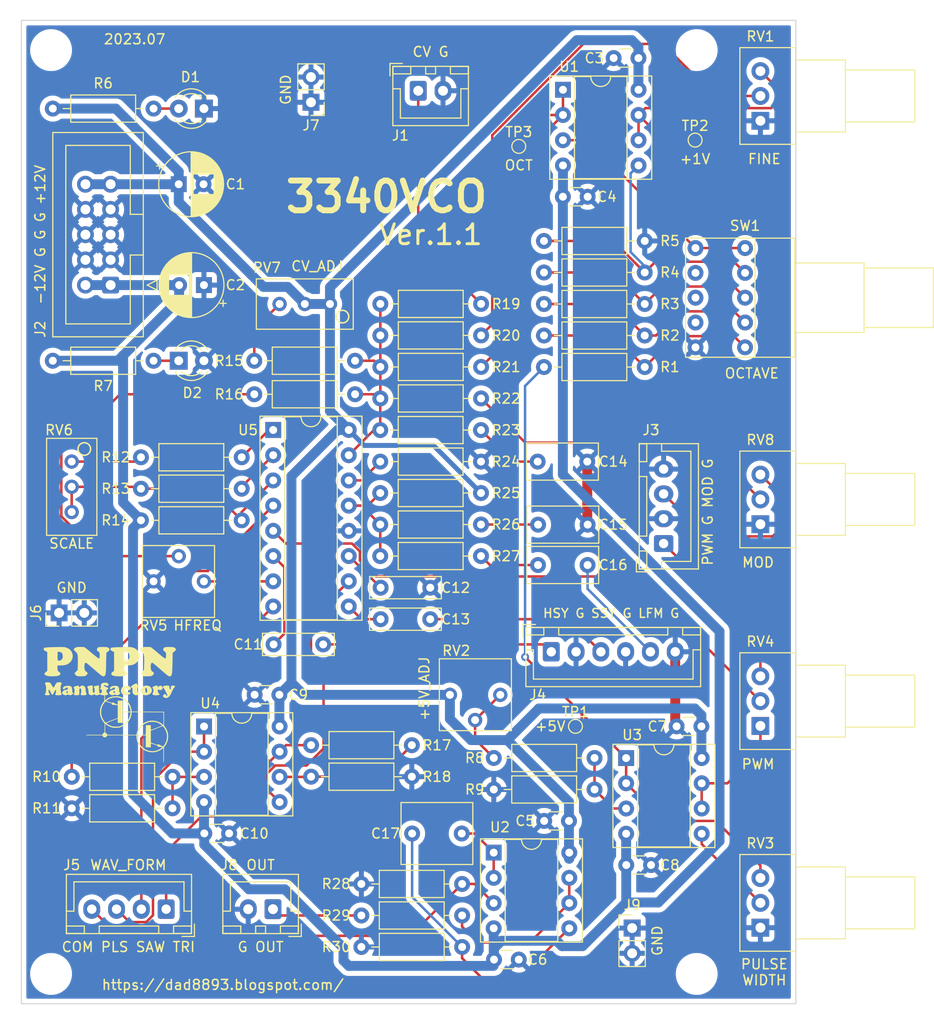
<source format=kicad_pcb>
(kicad_pcb (version 20211014) (generator pcbnew)
  (title_block (title "3340VCO") (date "2023-07-18") (rev "1.0") (company "PNPN Manufactory"))
  (layers (0 "F.Cu" signal) (31 "B.Cu" signal) (34 "B.Paste" user) (35 "F.Paste" user) (36 "B.SilkS" user "B.Silkscreen") (37 "F.SilkS" user "F.Silkscreen") (38 "B.Mask" user) (39 "F.Mask" user) (44 "Edge.Cuts" user))
  (net 0 "")
  (net 1 "+12V")
  (net 2 "GND")
  (net 3 "-12V")
  (net 4 "Net-(C11-Pad1)")
  (net 5 "HARD_SYNC")
  (net 6 "Net-(C12-Pad2)")
  (net 7 "SOFT_SYNC")
  (net 8 "Net-(C13-Pad2)")
  (net 9 "Net-(C14-Pad1)")
  (net 10 "Net-(C15-Pad2)")
  (net 11 "Net-(C16-Pad1)")
  (net 12 "LIN_FM")
  (net 13 "Net-(C17-Pad1)")
  (net 14 "Net-(C17-Pad2)")
  (net 15 "Net-(D1-Pad2)")
  (net 16 "Net-(D2-Pad1)")
  (net 17 "CV")
  (net 18 "MOD")
  (net 19 "PWM")
  (net 20 "SAW")
  (net 21 "TRIANGLE")
  (net 22 "PULSE")
  (net 23 "+5V")
  (net 24 "Net-(R1-Pad2)")
  (net 25 "Net-(R2-Pad2)")
  (net 26 "Net-(R3-Pad2)")
  (net 27 "Net-(R4-Pad2)")
  (net 28 "Net-(R8-Pad1)")
  (net 29 "Net-(R8-Pad2)")
  (net 30 "Net-(R10-Pad2)")
  (net 31 "Net-(R10-Pad1)")
  (net 32 "Net-(R12-Pad2)")
  (net 33 "Net-(R13-Pad2)")
  (net 34 "Net-(R12-Pad1)")
  (net 35 "Net-(R13-Pad1)")
  (net 36 "Net-(R15-Pad1)")
  (net 37 "Net-(R16-Pad1)")
  (net 38 "Net-(R15-Pad2)")
  (net 39 "Net-(R22-Pad2)")
  (net 40 "Net-(R17-Pad1)")
  (net 41 "Net-(R24-Pad2)")
  (net 42 "FINE")
  (net 43 "OCTAVE")
  (net 44 "Net-(RV4-Pad2)")
  (net 45 "Net-(SW1-Pad6)")
  (net 46 "Net-(U4-Pad5)")
  (net 47 "Net-(RV1-Pad3)")
  (net 48 "Net-(RV3-Pad2)")
  (net 49 "Net-(R25-Pad2)")
  (net 50 "Net-(R29-Pad1)")
  (net 51 "Net-(RV5-Pad3)")
  (net 52 "Net-(J5-Pad4)")
  (net 53 "Net-(J8-Pad1)")
  (net 54 "Net-(RV4-Pad1)")
  (footprint "Resistor_THT:R_Axial_DIN0207_L6.3mm_D2.5mm_P10.16mm_Horizontal" (layer "F.Cu") (at 146.05 143.51 180)
    (fp_text reference "R30")
    (fp_text value "100k")
  )
  (footprint "MountingHole:MountingHole_3.2mm_M3" (layer "F.Cu") (at 169.705 146.225)
    (fp_text reference "H4")
    (fp_text value "MountingHole")
  )
  (footprint "Package_DIP:DIP-8_W7.62mm_Socket" (layer "F.Cu") (at 156.22 57.16)
    (fp_text reference "U1")
    (fp_text value "NJM072D")
  )
  (footprint "Connector_PinHeader_2.54mm:PinHeader_1x02_P2.54mm_Vertical" (layer "F.Cu") (at 130.81 58.42 180)
    (fp_text reference "J7")
    (fp_text value "TP_GND")
  )
  (footprint "Capacitor_THT:C_Rect_L7.0mm_W6.0mm_P5.00mm" (layer "F.Cu") (at 141.01 132.08)
    (fp_text reference "C17")
    (fp_text value "1uF")
  )
  (footprint "myfootprint:Silk_PNPN_Manufactory_600dpi" (layer "F.Cu") (at 110.49 115.57)
    (fp_text reference "G***" hide)
    (fp_text value "LOGO" hide)
  )
  (footprint "Resistor_THT:R_Axial_DIN0207_L6.3mm_D2.5mm_P10.16mm_Horizontal" (layer "F.Cu") (at 154.305 75.565)
    (fp_text reference "R4")
    (fp_text value "10k")
  )
  (footprint "Potentiometer_THT:Potentiometer_Alps_RK09Y11_Single_Horizontal" (layer "F.Cu") (at 176.13 121.245 180)
    (fp_text reference "RV4")
    (fp_text value "50k")
  )
  (footprint "LED_THT:LED_D3.0mm" (layer "F.Cu") (at 120.015 59.055 180)
    (fp_text reference "D1")
    (fp_text value "RED")
  )
  (footprint "Capacitor_THT:C_Rect_L7.0mm_W2.0mm_P5.00mm" (layer "F.Cu") (at 127.04 113.03)
    (fp_text reference "C11")
    (fp_text value "1000pF")
  )
  (footprint "Resistor_THT:R_Axial_DIN0207_L6.3mm_D2.5mm_P10.16mm_Horizontal" (layer "F.Cu") (at 137.805 85.08)
    (fp_text reference "R21")
    (fp_text value "100k")
  )
  (footprint "Resistor_THT:R_Axial_DIN0207_L6.3mm_D2.5mm_P10.16mm_Horizontal" (layer "F.Cu") (at 125.095 84.455)
    (fp_text reference "R15")
    (fp_text value "270k")
  )
  (footprint "Resistor_THT:R_Axial_DIN0207_L6.3mm_D2.5mm_P10.16mm_Horizontal" (layer "F.Cu") (at 137.795 104.13)
    (fp_text reference "R27")
    (fp_text value "1M")
  )
  (footprint "Resistor_THT:R_Axial_DIN0207_L6.3mm_D2.5mm_P10.16mm_Horizontal" (layer "F.Cu") (at 154.305 78.74)
    (fp_text reference "R3")
    (fp_text value "10k")
  )
  (footprint "Package_DIP:DIP-8_W7.62mm_Socket" (layer "F.Cu") (at 149.235 134.005)
    (fp_text reference "U2")
    (fp_text value "NJM072D")
  )
  (footprint "Capacitor_THT:CP_Radial_D6.3mm_P2.50mm" (layer "F.Cu") (at 117.475 66.675)
    (fp_text reference "C1")
    (fp_text value "100uF")
  )
  (footprint "Potentiometer_THT:Potentiometer_Bourns_3296W_Vertical" (layer "F.Cu") (at 132.725 78.74)
    (fp_text reference "RV7")
    (fp_text value "100k")
  )
  (footprint "MountingHole:MountingHole_3.2mm_M3" (layer "F.Cu") (at 169.705 53.165)
    (fp_text reference "H2")
    (fp_text value "MountingHole")
  )
  (footprint "Connector_JST:JST_XH_B2B-XH-A_1x02_P2.50mm_Vertical" (layer "F.Cu") (at 141.625 57.26)
    (fp_text reference "J1")
    (fp_text value "CV_IN")
  )
  (footprint "Resistor_THT:R_Axial_DIN0207_L6.3mm_D2.5mm_P10.16mm_Horizontal" (layer "F.Cu") (at 159.405 127.645 180)
    (fp_text reference "R9")
    (fp_text value "12k")
  )
  (footprint "TestPoint:TestPoint_Pad_D1.0mm" (layer "F.Cu") (at 151.765 62.865)
    (fp_text reference "TP3")
    (fp_text value "OCT")
  )
  (footprint "myfootprint:Silk_PNPN_Thyristor_1200dpi" (layer "F.Cu") (at 112.445409 121.285)
    (fp_text reference "G***" hide)
    (fp_text value "LOGO" hide)
  )
  (footprint "MountingHole:MountingHole_3.2mm_M3" (layer "F.Cu") (at 104.6 146.225)
    (fp_text reference "H3")
    (fp_text value "MountingHole")
  )
  (footprint "Potentiometer_THT:Potentiometer_Alps_RK09Y11_Single_Horizontal" (layer "F.Cu") (at 176.13 100.925 180)
    (fp_text reference "RV8")
    (fp_text value "50k")
  )
  (footprint "Resistor_THT:R_Axial_DIN0207_L6.3mm_D2.5mm_P10.16mm_Horizontal" (layer "F.Cu") (at 154.305 85.09)
    (fp_text reference "R1")
    (fp_text value "10k")
  )
  (footprint "Capacitor_THT:C_Disc_D3.0mm_W1.6mm_P2.50mm" (layer "F.Cu") (at 165.1 135.255 180)
    (fp_text reference "C8")
    (fp_text value "0.1uF")
  )
  (footprint "Resistor_THT:R_Axial_DIN0207_L6.3mm_D2.5mm_P10.16mm_Horizontal" (layer "F.Cu") (at 146.05 137.16 180)
    (fp_text reference "R28")
    (fp_text value "47k")
  )
  (footprint "Connector_JST:JST_XH_B6B-XH-A_1x06_P2.50mm_Vertical" (layer "F.Cu") (at 155.04 113.775)
    (fp_text reference "J4")
    (fp_text value "EXT")
  )
  (footprint "Capacitor_THT:C_Rect_L7.0mm_W3.5mm_P5.00mm" (layer "F.Cu") (at 153.67 94.615)
    (fp_text reference "C14")
    (fp_text value "0.01uF")
  )
  (footprint "Resistor_THT:R_Axial_DIN0207_L6.3mm_D2.5mm_P10.16mm_Horizontal" (layer "F.Cu") (at 104.775 59.055)
    (fp_text reference "R6")
    (fp_text value "4.7k")
  )
  (footprint "Resistor_THT:R_Axial_DIN0207_L6.3mm_D2.5mm_P10.16mm_Horizontal" (layer "F.Cu") (at 137.805 81.905)
    (fp_text reference "R20")
    (fp_text value "100k")
  )
  (footprint "Resistor_THT:R_Axial_DIN0207_L6.3mm_D2.5mm_P10.16mm_Horizontal" (layer "F.Cu") (at 137.795 91.44)
    (fp_text reference "R23")
    (fp_text value "470")
  )
  (footprint "Capacitor_THT:C_Rect_L7.0mm_W2.0mm_P5.00mm" (layer "F.Cu") (at 142.835 110.49 180)
    (fp_text reference "C13")
    (fp_text value "1000pF")
  )
  (footprint "Resistor_THT:R_Axial_DIN0207_L6.3mm_D2.5mm_P10.16mm_Horizontal" (layer "F.Cu") (at 137.805 88.255)
    (fp_text reference "R22")
    (fp_text value "100k")
  )
  (footprint "Resistor_THT:R_Axial_DIN0207_L6.3mm_D2.5mm_P10.16mm_Horizontal" (layer "F.Cu") (at 113.665 94.18)
    (fp_text reference "R12")
    (fp_text value "22k")
  )
  (footprint "Capacitor_THT:C_Disc_D3.0mm_W1.6mm_P2.50mm" (layer "F.Cu") (at 158.71 67.935 180)
    (fp_text reference "C4")
    (fp_text value "0.1uF")
  )
  (footprint "Connector_PinHeader_2.54mm:PinHeader_1x02_P2.54mm_Vertical" (layer "F.Cu") (at 105.41 109.855 90)
    (fp_text reference "J6")
    (fp_text value "TP_GND")
  )
  (footprint "Resistor_THT:R_Axial_DIN0207_L6.3mm_D2.5mm_P10.16mm_Horizontal" (layer "F.Cu") (at 140.98 123.18 180)
    (fp_text reference "R17")
    (fp_text value "10k")
  )
  (footprint "Potentiometer_THT:Potentiometer_Alps_RK09Y11_Single_Horizontal" (layer "F.Cu") (at 176.13 60.285 180)
    (fp_text reference "RV1")
    (fp_text value "1k")
  )
  (footprint "Resistor_THT:R_Axial_DIN0207_L6.3mm_D2.5mm_P10.16mm_Horizontal" (layer "F.Cu") (at 149.245 124.47)
    (fp_text reference "R8")
    (fp_text value "15k")
  )
  (footprint "LED_THT:LED_D3.0mm" (layer "F.Cu") (at 117.475 84.455)
    (fp_text reference "D2")
    (fp_text value "BLUE")
  )
  (footprint "Capacitor_THT:C_Disc_D3.0mm_W1.6mm_P2.50mm" (layer "F.Cu") (at 127.625 118.1 180)
    (fp_text reference "C9")
    (fp_text value "0.1uF")
  )
  (footprint "Capacitor_THT:C_Rect_L7.0mm_W2.0mm_P5.00mm" (layer "F.Cu") (at 142.835 107.315 180)
    (fp_text reference "C12")
    (fp_text value "1000pF/PP")
  )
  (footprint "Connector_PinHeader_2.54mm:PinHeader_1x02_P2.54mm_Vertical" (layer "F.Cu") (at 163.195 141.605)
    (fp_text reference "J9")
    (fp_text value "TP_GND")
  )
  (footprint "Potentiometer_THT:Potentiometer_Bourns_3296W_Vertical" (layer "F.Cu") (at 106.68 94.615 90)
    (fp_text reference "RV6")
    (fp_text value "10k")
  )
  (footprint "Potentiometer_THT:Potentiometer_Alps_RK09Y11_Single_Horizontal" (layer "F.Cu") (at 176.13 141.565 180)
    (fp_text reference "RV3")
    (fp_text value "50k")
  )
  (footprint "Connector_JST:JST_XH_B4B-XH-A_1x04_P2.50mm_Vertical" (layer "F.Cu") (at 166.37 102.87 90)
    (fp_text reference "J3")
    (fp_text value "MOD_IN")
  )
  (footprint "Resistor_THT:R_Axial_DIN0207_L6.3mm_D2.5mm_P10.16mm_Horizontal" (layer "F.Cu") (at 125.095 87.83)
    (fp_text reference "R16")
    (fp_text value "1M")
  )
  (footprint "Resistor_THT:R_Axial_DIN0207_L6.3mm_D2.5mm_P10.16mm_Horizontal" (layer "F.Cu") (at 154.305 81.915)
    (fp_text reference "R2")
    (fp_text value "10k")
  )
  (footprint "Connector_JST:JST_XH_B2B-XH-A_1x02_P2.50mm_Vertical" (layer "F.Cu") (at 126.98 139.7 180)
    (fp_text reference "J8")
    (fp_text value "OUT")
  )
  (footprint "Capacitor_THT:C_Disc_D3.0mm_W1.6mm_P2.50mm" (layer "F.Cu") (at 163.83 53.965 180)
    (fp_text reference "C3")
    (fp_text value "0.1uF")
  )
  (footprint "Resistor_THT:R_Axial_DIN0207_L6.3mm_D2.5mm_P10.16mm_Horizontal" (layer "F.Cu") (at 114.935 84.455 180)
    (fp_text reference "R7")
    (fp_text value "4.7k")
  )
  (footprint "myfootprint:Potentiometer_Bourns_3362P_Vertical" (layer "F.Cu") (at 144.82 118.11 -90)
    (fp_text reference "RV2")
    (fp_text value "5k")
  )
  (footprint "Capacitor_THT:C_Disc_D3.0mm_W1.6mm_P2.50mm" (layer "F.Cu") (at 122.555 132.07 180)
    (fp_text reference "C10")
    (fp_text value "0.1uF")
  )
  (footprint "Package_DIP:DIP-16_W7.62mm_Socket" (layer "F.Cu") (at 127 91.43)
    (fp_text reference "U5")
    (fp_text value "AS3340")
  )
  (footprint "myfootprint:Rotary_Ecoder_Ali_Jtom" (layer "F.Cu") (at 174.5825 78.105)
    (fp_text reference "SW1")
    (fp_text value "SW_Rotary5")
  )
  (footprint "myfootprint:Potentiometer_Bourns_3362P_Vertical" (layer "F.Cu") (at 120.015 106.68 90)
    (fp_text reference "RV5")
    (fp_text value "100k")
  )
  (footprint "Resistor_THT:R_Axial_DIN0207_L6.3mm_D2.5mm_P10.16mm_Horizontal" (layer "F.Cu") (at 147.955 100.955 180)
    (fp_text reference "R26")
    (fp_text value "470")
  )
  (footprint "Resistor_THT:R_Axial_DIN0207_L6.3mm_D2.5mm_P10.16mm_Horizontal" (layer "F.Cu") (at 146.05 140.335 180)
    (fp_text reference "R29")
    (fp_text value "100")
  )
  (footprint "Resistor_THT:R_Axial_DIN0207_L6.3mm_D2.5mm_P10.16mm_Horizontal" (layer "F.Cu") (at 130.82 126.355)
    (fp_text reference "R18")
    (fp_text value "10k")
  )
  (footprint "MountingHole:MountingHole_3.2mm_M3" (layer "F.Cu") (at 104.6 53.165)
    (fp_text reference "H1")
    (fp_text value "MountingHole")
  )
  (footprint "Package_DIP:DIP-8_W7.62mm_Socket" (layer "F.Cu") (at 120.025 121.295)
    (fp_text reference "U4")
    (fp_text value "NJM072D")
  )
  (footprint "Resistor_THT:R_Axial_DIN0207_L6.3mm_D2.5mm_P10.16mm_Horizontal" (layer "F.Cu") (at 147.955 97.78 180)
    (fp_text reference "R25")
    (fp_text value "1.5M")
  )
  (footprint "Capacitor_THT:C_Rect_L7.0mm_W3.5mm_P5.00mm" (layer "F.Cu") (at 153.702523 105.033323)
    (fp_text reference "C16")
    (fp_text value "0.1uF")
  )
  (footprint "Resistor_THT:R_Axial_DIN0207_L6.3mm_D2.5mm_P10.16mm_Horizontal" (layer "F.Cu") (at 147.955 94.615 180)
    (fp_text reference "R24")
    (fp_text value "1.8k")
  )
  (footprint "Resistor_THT:R_Axial_DIN0207_L6.3mm_D2.5mm_P10.16mm_Horizontal" (layer "F.Cu") (at 116.85 126.365 180)
    (fp_text reference "R10")
    (fp_text value "4.7k")
  )
  (footprint "Connector_JST:JST_XH_B4B-XH-A_1x04_P2.50mm_Vertical" (layer "F.Cu") (at 116.205 139.7 180)
    (fp_text reference "J5")
    (fp_text value "W_FORM")
  )
  (footprint "Connector_IDC:IDC-Header_2x05_P2.54mm_Vertical" (layer "F.Cu") (at 110.6075 76.835 180)
    (fp_text reference "J2")
    (fp_text value "ERK_PWR")
  )
  (footprint "Resistor_THT:R_Axial_DIN0207_L6.3mm_D2.5mm_P10.16mm_Horizontal" (layer "F.Cu") (at 113.665 100.53)
    (fp_text reference "R14")
    (fp_text value "680")
  )
  (footprint "Capacitor_THT:CP_Radial_D6.3mm_P2.50mm" (layer "F.Cu") (at 120.015 76.835 180)
    (fp_text reference "C2")
    (fp_text value "100uF")
  )
  (footprint "Resistor_THT:R_Axial_DIN0207_L6.3mm_D2.5mm_P10.16mm_Horizontal" (layer "F.Cu") (at 137.805 78.73)
    (fp_text reference "R19")
    (fp_text value "100k")
  )
  (footprint "TestPoint:TestPoint_Pad_D1.0mm" (layer "F.Cu") (at 157.48 121.285)
    (fp_text reference "TP1")
    (fp_text value "+5V")
  )
  (footprint "Resistor_THT:R_Axial_DIN0207_L6.3mm_D2.5mm_P10.16mm_Horizontal" (layer "F.Cu") (at 154.305 72.39)
    (fp_text reference "R5")
    (fp_text value "10k")
  )
  (footprint "TestPoint:TestPoint_Pad_D1.0mm" (layer "F.Cu") (at 169.545 62.23)
    (fp_text reference "TP2")
    (fp_text value "+1V")
  )
  (footprint "Capacitor_THT:C_Rect_L7.0mm_W3.5mm_P5.00mm" (layer "F.Cu") (at 158.71 100.965 180)
    (fp_text reference "C15")
    (fp_text value "0.01uF")
  )
  (footprint "Capacitor_THT:C_Disc_D3.0mm_W1.6mm_P2.50mm" (layer "F.Cu") (at 151.765 144.78 180)
    (fp_text reference "C6")
    (fp_text value "0.1uF")
  )
  (footprint "Capacitor_THT:C_Disc_D3.0mm_W1.6mm_P2.50mm" (layer "F.Cu") (at 170.18 121.285 180)
    (fp_text reference "C7")
    (fp_text value "0.1uF")
  )
  (footprint "Capacitor_THT:C_Disc_D3.0mm_W1.6mm_P2.50mm" (layer "F.Cu") (at 156.825 130.81 180)
    (fp_text reference "C5")
    (fp_text value "0.1uF")
  )
  (footprint "Resistor_THT:R_Axial_DIN0207_L6.3mm_D2.5mm_P10.16mm_Horizontal" (layer "F.Cu") (at 106.69 129.54)
    (fp_text reference "R11")
    (fp_text value "12k")
  )
  (footprint "Package_DIP:DIP-8_W7.62mm_Socket" (layer "F.Cu") (at 162.59 124.48)
    (fp_text reference "U3")
    (fp_text value "NJM072D")
  )
  (footprint "Resistor_THT:R_Axial_DIN0207_L6.3mm_D2.5mm_P10.16mm_Horizontal" (layer "F.Cu") (at 113.665 97.345)
    (fp_text reference "R13")
    (fp_text value "5.6k")
  )
  (gr_circle (center 107.95 93.345) (end 108.585 93.345) (layer "F.SilkS") (width 0.15) (fill none))
  (gr_circle (center 133.985 80.01) (end 134.62 80.01) (layer "F.SilkS") (width 0.15) (fill none))
  (gr_rect (start 179.705 50.165) (end 101.6 149.225) (layer "Edge.Cuts") (width 0.1) (fill none))
  (gr_text "CV G" (at 142.875 53.34) (layer "F.SilkS") (effects (font (size 1 1))))
  (gr_text "2023.07" (at 113.03 52.07) (layer "F.SilkS") (effects (font (size 1 1))))
  (gr_text "FINE" (at 176.53 64.135) (layer "F.SilkS") (effects (font (size 1 1))))
  (gr_text "OCTAVE" (at 175.26 85.725) (layer "F.SilkS") (effects (font (size 1 1))))
  (gr_text "WAV_FORM" (at 112.395 135.255) (layer "F.SilkS") (effects (font (size 1 1))))
  (gr_text "OUT" (at 125.73 135.255) (layer "F.SilkS") (effects (font (size 1 1))))
  (gr_text "MOD" (at 175.895 104.775) (layer "F.SilkS") (effects (font (size 1 1))))
  (gr_text "PWM G MOD G" (at 170.815 99.695 90) (layer "F.SilkS") (effects (font (size 1 1))))
  (gr_text "Ver.1.1" (at 142.875 71.755) (layer "F.SilkS") (effects (font (size 2 2) (thickness 0.3))))
  (gr_text "PWM" (at 175.895 125.095) (layer "F.SilkS") (effects (font (size 1 1))))
  (gr_text "COM PLS SAW TRI" (at 112.395 143.51) (layer "F.SilkS") (effects (font (size 1 1))))
  (gr_text "G OUT" (at 125.73 143.51) (layer "F.SilkS") (effects (font (size 1 1))))
  (gr_text "+5V" (at 154.94 121.285) (layer "F.SilkS") (effects (font (size 1 1))))
  (gr_text "CV_ADJ" (at 131.445 74.93) (layer "F.SilkS") (effects (font (size 1 1))))
  (gr_text "https://dad8893.blogspot.com/" (at 121.92 147.32) (layer "F.SilkS") (effects (font (size 1 1))))
  (gr_text "HFREQ" (at 119.38 111.125) (layer "F.SilkS") (effects (font (size 1 1))))
  (gr_text "3340VCO" (at 138.43 67.945) (layer "F.SilkS") (effects (font (size 3 3) (thickness 0.6))))
  (gr_text "+5V_ADJ" (at 142.24 117.475 90) (layer "F.SilkS") (effects (font (size 1 1))))
  (gr_text "PULSE\nWIDTH" (at 176.53 146.05) (layer "F.SilkS") (effects (font (size 1 1))))
  (gr_text "GND" (at 128.27 57.15 90) (layer "F.SilkS") (effects (font (size 1 1))))
  (gr_text "GND" (at 106.68 107.315) (layer "F.SilkS") (effects (font (size 1 1))))
  (gr_text "GND" (at 165.735 142.875 90) (layer "F.SilkS") (effects (font (size 1 1))))
  (gr_text "+1V" (at 169.545 64.135) (layer "F.SilkS") (effects (font (size 1 1))))
  (gr_text "SCALE" (at 106.68 102.87) (layer "F.SilkS") (effects (font (size 1 1))))
  (gr_text "OCT" (at 151.765 64.77) (layer "F.SilkS") (effects (font (size 1 1))))
  (gr_text "HSY G SSY G LFM G" (at 161.081025 109.89271) (layer "F.SilkS") (effects (font (size 0.9 0.9))))
  (gr_text "-12V G G G +12V" (at 103.505 71.755 90) (layer "F.SilkS") (effects (font (size 1 1))))
  (segment (start 156.825 134.6) (end 156.845 134.62) (width 1) (layer "B.Cu") (net 1))
  (segment (start 156.825 128.885) (end 156.825 130.81) (width 1) (layer "B.Cu") (net 1))
  (segment (start 132.725 77.055) (end 157.615 52.165) (width 1) (layer "B.Cu") (net 1))
  (segment (start 130.065 118.11) (end 128.84 116.885) (width 1) (layer "B.Cu") (net 1))
  (segment (start 134.62 91.43) (end 133.48863 91.43) (width 1) (layer "B.Cu") (net 1))
  (segment (start 134.62 91.43) (end 132.725 89.535) (width 1) (layer "B.Cu") (net 1))
  (segment (start 117.475 65.405) (end 111.125 59.055) (width 1) (layer "B.Cu") (net 1))
  (segment (start 170.18 121.285) (end 170.18 124.45) (width 1) (layer "B.Cu") (net 1))
  (segment (start 144.82 120.542448) (end 146.947552 122.67) (width 1) (layer "B.Cu") (net 1))
  (segment (start 110.6075 66.675) (end 117.475 66.675) (width 1) (layer "B.Cu") (net 1))
  (segment (start 128.84 116.885) (end 127.625 118.1) (width 1) (layer "B.Cu") (net 1))
  (segment (start 130.185 78.74) (end 132.725 78.74) (width 1) (layer "B.Cu") (net 1))
  (segment (start 117.475 68.475) (end 117.475 66.675) (width 1) (layer "B.Cu") (net 1))
  (segment (start 163.16137 52.165) (end 163.83 52.83363) (width 1) (layer "B.Cu") (net 1))
  (segment (start 108.0675 66.675) (end 110.6075 66.675) (width 1) (layer "B.Cu") (net 1))
  (segment (start 157.615 52.165) (end 163.16137 52.165) (width 1) (layer "B.Cu") (net 1))
  (segment (start 170.18 124.45) (end 170.21 124.48) (width 1) (layer "B.Cu") (net 1))
  (segment (start 136.18 92.99) (end 134.62 91.43) (width 0.5) (layer "B.Cu") (net 1))
  (segment (start 111.125 59.055) (end 104.775 59.055) (width 1) (layer "B.Cu") (net 1))
  (segment (start 127.625 118.1) (end 127.625 121.275) (width 1) (layer "B.Cu") (net 1))
  (segment (start 163.83 57.15) (end 163.84 57.16) (width 1) (layer "B.Cu") (net 1))
  (segment (start 144.82 118.11) (end 130.065 118.11) (width 1) (layer "B.Cu") (net 1))
  (segment (start 153.795 119.485) (end 150.61 122.67) (width 1) (layer "B.Cu") (net 1))
  (segment (start 126.02 77.02) (end 117.475 68.475) (width 1) (layer "B.Cu") (net 1))
  (segment (start 147.955 97.78) (end 143.165 92.99) (width 0.5) (layer "B.Cu") (net 1))
  (segment (start 133.48863 91.43) (end 128.84 96.07863) (width 1) (layer "B.Cu") (net 1))
  (segment (start 132.725 89.535) (end 132.725 78.74) (width 1) (layer "B.Cu") (net 1))
  (segment (start 170.18 121.285) (end 170.18 120.15363) (width 1) (layer "B.Cu") (net 1))
  (segment (start 128.84 96.07863) (end 128.84 116.885) (width 1) (layer "B.Cu") (net 1))
  (segment (start 156.855 134.61) (end 156.855 134.005) (width 1) (layer "B.Cu") (net 1))
  (segment (start 156.845 134.62) (end 156.855 134.61) (width 1) (layer "B.Cu") (net 1))
  (segment (start 146.947552 122.67) (end 150.61 122.67) (width 1) (layer "B.Cu") (net 1))
  (segment (start 117.475 66.675) (end 117.475 65.405) (width 1) (layer "B.Cu") (net 1))
  (segment (start 143.165 92.99) (end 136.18 92.99) (width 0.5) (layer "B.Cu") (net 1))
  (segment (start 132.725 78.74) (end 132.725 77.055) (width 1) (layer "B.Cu") (net 1))
  (segment (start 144.82 118.11) (end 144.82 120.542448) (width 1) (layer "B.Cu") (net 1))
  (segment (start 127.625 121.275) (end 127.645 121.295) (width 1) (layer "B.Cu") (net 1))
  (segment (start 170.18 120.15363) (end 169.51137 119.485) (width 1) (layer "B.Cu") (net 1))
  (segment (start 163.83 53.965) (end 163.83 57.15) (width 1) (layer "B.Cu") (net 1))
  (segment (start 130.185 78.74) (end 128.465 77.02) (width 1) (layer "B.Cu") (net 1))
  (segment (start 169.51137 119.485) (end 153.795 119.485) (width 1) (layer "B.Cu") (net 1))
  (segment (start 163.83 52.83363) (end 163.83 53.965) (width 1) (layer "B.Cu") (net 1))
  (segment (start 156.825 130.81) (end 156.825 134.6) (width 1) (layer "B.Cu") (net 1))
  (segment (start 150.61 122.67) (end 156.825 128.885) (width 1) (layer "B.Cu") (net 1))
  (segment (start 128.465 77.02) (end 126.02 77.02) (width 1) (layer "B.Cu") (net 1))
  (segment (start 158.67 94.615) (end 158.67 100.925) (width 1) (layer "F.Cu") (net 2))
  (segment (start 167.54 113.775) (end 167.54 121.145) (width 1) (layer "F.Cu") (net 2))
  (segment (start 167.54 121.145) (end 167.68 121.285) (width 1) (layer "F.Cu") (net 2))
  (segment (start 158.67 100.925) (end 158.71 100.965) (width 1) (layer "F.Cu") (net 2))
  (segment (start 120.025 128.915) (end 120.025 132.04) (width 1) (layer "B.Cu") (net 3))
  (segment (start 124.55363 137.7) (end 128.175 137.7) (width 1) (layer "B.Cu") (net 3))
  (segment (start 112.865001 128.105001) (end 116.83 132.07) (width 1) (layer "B.Cu") (net 3))
  (segment (start 112.865001 101.329999) (end 112.865001 128.105001) (width 1) (layer "B.Cu") (net 3))
  (segment (start 162.6 139.025) (end 162.6 135.255) (width 1) (layer "B.Cu") (net 3))
  (segment (start 155.567208 142.882793) (end 156.109415 143.425) (width 1) (layer "B.Cu") (net 3))
  (segment (start 156.22 67.925) (end 156.21 67.935) (width 1) (layer "B.Cu") (net 3))
  (segment (start 104.775 84.455) (end 111.335 84.455) (width 1) (layer "B.Cu") (net 3))
  (segment (start 162.59 135.245) (end 162.6 135.255) (width 1) (layer "B.Cu") (net 3))
  (segment (start 156.109415 143.425) (end 158.2 143.425) (width 1) (layer "B.Cu") (net 3))
  (segment (start 117.515 76.835) (end 117.515 78.275) (width 1) (layer "B.Cu") (net 3))
  (segment (start 120.025 132.04) (end 120.055 132.07) (width 1) (layer "B.Cu") (net 3))
  (segment (start 111.335 84.455) (end 111.865 83.925) (width 1) (layer "B.Cu") (net 3))
  (segment (start 113.665 100.53) (end 112.865001 101.329999) (width 1) (layer "B.Cu") (net 3))
  (segment (start 150.030837 142.882793) (end 155.567208 142.882793) (width 1) (layer "B.Cu") (net 3))
  (segment (start 111.865 98.73) (end 113.665 100.53) (width 1) (layer "B.Cu") (net 3))
  (segment (start 134.62 145.415) (end 149.225 145.415) (width 1) (layer "B.Cu") (net 3))
  (segment (start 149.265 143.64863) (end 150.030837 142.882793) (width 1) (layer "B.Cu") (net 3))
  (segment (start 110.6075 76.835) (end 117.515 76.835) (width 1) (layer "B.Cu") (net 3))
  (segment (start 134.09 144.885) (end 134.62 145.415) (width 1) (layer "B.Cu") (net 3))
  (segment (start 128.175 137.7) (end 134.09 143.615) (width 1) (layer "B.Cu") (net 3))
  (segment (start 149.235 144.75) (end 149.265 144.78) (width 1) (layer "B.Cu") (net 3))
  (segment (start 116.83 132.07) (end 120.055 132.07) (width 1) (layer "B.Cu") (net 3))
  (segment (start 165.830585 139.025) (end 162.6 139.025) (width 1) (layer "B.Cu") (net 3))
  (segment (start 156.21 67.935) (end 156.21 95.919415) (width 1) (layer "B.Cu") (net 3))
  (segment (start 156.21 95.919415) (end 172.01 111.719415) (width 1) (layer "B.Cu") (net 3))
  (segment (start 111.865 83.925) (end 111.865 98.73) (width 1) (layer "B.Cu") (net 3))
  (segment (start 134.09 143.615) (end 134.09 144.885) (width 1) (layer "B.Cu") (net 3))
  (segment (start 158.2 143.425) (end 162.6 139.025) (width 1) (layer "B.Cu") (net 3))
  (segment (start 120.055 133.20137) (end 124.55363 137.7) (width 1) (layer "B.Cu") (net 3))
  (segment (start 149.235 141.625) (end 149.235 144.75) (width 1) (layer "B.Cu") (net 3))
  (segment (start 120.055 132.07) (end 120.055 133.20137) (width 1) (layer "B.Cu") (net 3))
  (segment (start 172.01 111.719415) (end 172.01 132.845585) (width 1) (layer "B.Cu") (net 3))
  (segment (start 156.22 64.78) (end 156.22 67.925) (width 1) (layer "B.Cu") (net 3))
  (segment (start 117.515 78.275) (end 111.865 83.925) (width 1) (layer "B.Cu") (net 3))
  (segment (start 149.265 144.78) (end 149.265 143.64863) (width 1) (layer "B.Cu") (net 3))
  (segment (start 108.0675 76.835) (end 110.6075 76.835) (width 1) (layer "B.Cu") (net 3))
  (segment (start 172.01 132.845585) (end 165.830585 139.025) (width 1) (layer "B.Cu") (net 3))
  (segment (start 162.59 132.1) (end 162.59 135.245) (width 1) (layer "B.Cu") (net 3))
  (segment (start 127 104.13) (end 128.125 105.255) (width 0.25) (layer "F.Cu") (net 4))
  (segment (start 128.125 105.255) (end 128.125 111.945) (width 0.25) (layer "F.Cu") (net 4))
  (segment (start 128.125 111.945) (end 127.04 113.03) (width 0.25) (layer "F.Cu") (net 4))
  (segment (start 132.04 113.03) (end 154.295 113.03) (width 0.25) (layer "F.Cu") (net 5))
  (segment (start 154.295 113.03) (end 155.04 113.775) (width 0.25) (layer "F.Cu") (net 5))
  (segment (start 137.835 107.315) (end 134.65 104.13) (width 0.25) (layer "F.Cu") (net 6))
  (segment (start 134.65 104.13) (end 134.62 104.13) (width 0.25) (layer "F.Cu") (net 6))
  (segment (start 156.755 110.49) (end 160.04 113.775) (width 0.25) (layer "F.Cu") (net 7))
  (segment (start 142.835 110.49) (end 156.755 110.49) (width 0.25) (layer "F.Cu") (net 7))
  (segment (start 137.835 110.49) (end 135.9 110.49) (width 0.25) (layer "F.Cu") (net 8))
  (segment (start 135.9 110.49) (end 134.62 109.21) (width 0.25) (layer "F.Cu") (net 8))
  (segment (start 153.67 94.615) (end 151.13 94.615) (width 0.25) (layer "F.Cu") (net 9))
  (segment (start 151.13 94.615) (end 147.955 91.44) (width 0.25) (layer "F.Cu") (net 9))
  (segment (start 147.955 100.955) (end 153.7 100.955) (width 0.25) (layer "F.Cu") (net 10))
  (segment (start 153.7 100.955) (end 153.71 100.965) (width 0.25) (layer "F.Cu") (net 10))
  (segment (start 153.702523 105.033323) (end 148.858323 105.033323) (width 0.25) (layer "F.Cu") (net 11))
  (segment (start 148.858323 105.033323) (end 147.955 104.13) (width 0.25) (layer "F.Cu") (net 11))
  (segment (start 158.702523 107.437523) (end 158.702523 105.033323) (width 0.25) (layer "B.Cu") (net 12))
  (segment (start 165.04 113.775) (end 158.702523 107.437523) (width 0.25) (layer "B.Cu") (net 12))
  (segment (start 146.05 143.51) (end 146.05 144.64137) (width 0.25) (layer "F.Cu") (net 13))
  (segment (start 146.05 144.64137) (end 148.09363 146.685) (width 0.25) (layer "F.Cu") (net 13))
  (segment (start 151.795 146.685) (end 156.855 141.625) (width 0.25) (layer "F.Cu") (net 13))
  (segment (start 148.09363 146.685) (end 151.795 146.685) (width 0.25) (layer "F.Cu") (net 13))
  (segment (start 141.01 132.08) (end 141.01 138.47) (width 0.25) (layer "B.Cu") (net 13))
  (segment (start 141.01 138.47) (end 146.05 143.51) (width 0.25) (layer "B.Cu") (net 13))
  (segment (start 146.01 132.08) (end 147.31 132.08) (width 0.25) (layer "F.Cu") (net 14))
  (segment (start 147.31 132.08) (end 149.235 134.005) (width 0.25) (layer "F.Cu") (net 14))
  (segment (start 149.235 134.005) (end 149.235 136.545) (width 0.25) (layer "F.Cu") (net 14))
  (segment (start 114.935 59.055) (end 117.475 59.055) (width 0.25) (layer "F.Cu") (net 15))
  (segment (start 114.935 84.455) (end 117.475 84.455) (width 0.25) (layer "F.Cu") (net 16))
  (segment (start 147.965 78.73) (end 141.625 72.39) (width 0.25) (layer "F.Cu") (net 17))
  (segment (start 141.625 72.39) (end 141.625 57.26) (width 0.25) (layer "F.Cu") (net 17))
  (segment (start 177.355 102.15) (end 177.8 101.705) (width 0.25) (layer "F.Cu") (net 18))
  (segment (start 177.8 97.595) (end 176.13 95.925) (width 0.25) (layer "F.Cu") (net 18))
  (segment (start 177.8 101.705) (end 177.8 97.595) (width 0.25) (layer "F.Cu") (net 18))
  (segment (start 170.65 102.15) (end 177.355 102.15) (width 0.25) (layer "F.Cu") (net 18))
  (segment (start 166.37 97.87) (end 170.65 102.15) (width 0.25) (layer "F.Cu") (net 18))
  (segment (start 176.13 112.63) (end 166.37 102.87) (width 0.25) (layer "F.Cu") (net 19))
  (segment (start 176.13 116.245) (end 176.13 112.63) (width 0.25) (layer "F.Cu") (net 19))
  (segment (start 113.705 139.7) (end 113.705 122.505) (width 0.25) (layer "F.Cu") (net 20))
  (segment (start 113.705 122.505) (end 127 109.21) (width 0.25) (layer "F.Cu") (net 20))
  (segment (start 127.645 123.835) (end 128.3 123.18) (width 0.25) (layer "F.Cu") (net 21))
  (segment (start 116.205 133.904745) (end 119.769745 130.34) (width 0.25) (layer "F.Cu") (net 21))
  (segment (start 128.3 123.18) (end 130.82 123.18) (width 0.25) (layer "F.Cu") (net 21))
  (segment (start 116.205 139.7) (end 116.205 133.904745) (width 0.25) (layer "F.Cu") (net 21))
  (segment (start 119.769745 130.34) (end 121.14 130.34) (width 0.25) (layer "F.Cu") (net 21))
  (segment (start 121.14 130.34) (end 127.645 123.835) (width 0.25) (layer "F.Cu") (net 21))
  (segment (start 114.88 140.311701) (end 114.191701 141) (width 0.25) (layer "F.Cu") (net 22))
  (segment (start 120.025 121.295) (end 120.025 123.835) (width 0.25) (layer "F.Cu") (net 22))
  (segment (start 117.789009 123.835) (end 114.88 126.744009) (width 0.25) (layer "F.Cu") (net 22))
  (segment (start 112.505 141) (end 111.205 139.7) (width 0.25) (layer "F.Cu") (net 22))
  (segment (start 114.88 126.744009) (end 114.88 140.311701) (width 0.25) (layer "F.Cu") (net 22))
  (segment (start 114.191701 141) (end 112.505 141) (width 0.25) (layer "F.Cu") (net 22))
  (segment (start 120.025 123.835) (end 117.789009 123.835) (width 0.25) (layer "F.Cu") (net 22))
  (segment (start 166.38 130.81) (end 162.59 127.02) (width 0.25) (layer "F.Cu") (net 23))
  (segment (start 176.13 135.292208) (end 171.647792 130.81) (width 0.25) (layer "F.Cu") (net 23))
  (segment (start 176.13 136.565) (end 176.13 135.292208) (width 0.25) (layer "F.Cu") (net 23))
  (segment (start 162.58 124.48) (end 158.115 120.015) (width 0.25) (layer "F.Cu") (net 23))
  (segment (start 162.59 124.48) (end 162.58 124.48) (width 0.25) (layer "F.Cu") (net 23))
  (segment (start 158.115 120.015) (end 152.4 114.3) (width 0.25) (layer "F.Cu") (net 23))
  (segment (start 162.59 127.02) (end 162.59 124.48) (width 0.25) (layer "F.Cu") (net 23))
  (segment (start 171.647792 130.81) (end 166.38 130.81) (width 0.25) (layer "F.Cu") (net 23))
  (segment (start 157.48 121.285) (end 158.115 120.65) (width 0.25) (layer "F.Cu") (net 23))
  (segment (start 158.115 120.65) (end 158.115 120.015) (width 0.25) (layer "F.Cu") (net 23))
  (via (at 152.4 114.3) (size 0.8) (drill 0.4) (layers "F.Cu" "B.Cu") (net 23))
  (segment (start 152.4 86.995) (end 152.4 114.3) (width 0.25) (layer "B.Cu") (net 23))
  (segment (start 154.305 85.09) (end 152.4 86.995) (width 0.25) (layer "B.Cu") (net 23))
  (segment (start 173.4575 81.98) (end 174.5825 83.105) (width 0.25) (layer "F.Cu") (net 24))
  (segment (start 154.305 81.915) (end 161.29 81.915) (width 0.25) (layer "F.Cu") (net 24))
  (segment (start 164.465 85.09) (end 167.575 81.98) (width 0.25) (layer "F.Cu") (net 24))
  (segment (start 167.575 81.98) (end 173.4575 81.98) (width 0.25) (layer "F.Cu") (net 24))
  (segment (start 161.29 81.915) (end 164.465 85.09) (width 0.25) (layer "F.Cu") (net 24))
  (segment (start 173.4575 79.48) (end 174.5825 80.605) (width 0.25) (layer "F.Cu") (net 25))
  (segment (start 154.305 78.74) (end 161.29 78.74) (width 0.25) (layer "F.Cu") (net 25))
  (segment (start 168.03137 79.48) (end 173.4575 79.48) (width 0.25) (layer "F.Cu") (net 25))
  (segment (start 164.465 81.915) (end 165.59637 81.915) (width 0.25) (layer "F.Cu") (net 25))
  (segment (start 165.59637 81.915) (end 168.03137 79.48) (width 0.25) (layer "F.Cu") (net 25))
  (segment (start 161.29 78.74) (end 164.465 81.915) (width 0.25) (layer "F.Cu") (net 25))
  (segment (start 164.465 78.74) (end 166.225 76.98) (width 0.25) (layer "F.Cu") (net 26))
  (segment (start 173.4575 76.98) (end 174.5825 78.105) (width 0.25) (layer "F.Cu") (net 26))
  (segment (start 161.29 75.565) (end 164.465 78.74) (width 0.25) (layer "F.Cu") (net 26))
  (segment (start 154.305 75.565) (end 161.29 75.565) (width 0.25) (layer "F.Cu") (net 26))
  (segment (start 166.225 76.98) (end 173.4575 76.98) (width 0.25) (layer "F.Cu") (net 26))
  (segment (start 161.29 72.39) (end 164.465 75.565) (width 0.25) (layer "F.Cu") (net 27))
  (segment (start 154.305 72.39) (end 161.29 72.39) (width 0.25) (layer "F.Cu") (net 27))
  (segment (start 173.4575 74.48) (end 174.5825 75.605) (width 0.25) (layer "F.Cu") (net 27))
  (segment (start 165.55 74.48) (end 173.4575 74.48) (width 0.25) (layer "F.Cu") (net 27))
  (segment (start 164.465 75.565) (end 165.55 74.48) (width 0.25) (layer "F.Cu") (net 27))
  (segment (start 163.040001 73.505001) (end 164.465 74.93) (width 0.25) (layer "B.Cu") (net 27))
  (segment (start 163.040001 65.579999) (end 163.040001 73.505001) (width 0.25) (layer "B.Cu") (net 27))
  (segment (start 163.84 64.78) (end 163.040001 65.579999) (width 0.25) (layer "B.Cu") (net 27))
  (segment (start 164.465 74.93) (end 164.465 75.565) (width 0.25) (layer "B.Cu") (net 27))
  (segment (start 147.36 122.585) (end 149.245 124.47) (width 0.25) (layer "F.Cu") (net 28))
  (segment (start 147.36 120.65) (end 149.9 118.11) (width 0.25) (layer "F.Cu") (net 28))
  (segment (start 147.36 120.65) (end 147.36 122.585) (width 0.25) (layer "F.Cu") (net 28))
  (segment (start 161.32 129.56) (end 162.59 129.56) (width 0.25) (layer "F.Cu") (net 29))
  (segment (start 159.405 124.47) (end 159.405 127.645) (width 0.25) (layer "F.Cu") (net 29))
  (segment (start 159.405 127.645) (end 161.32 129.56) (width 0.25) (layer "F.Cu") (net 29))
  (segment (start 120.415 105.635) (end 119.155 105.635) (width 0.25) (layer "F.Cu") (net 30))
  (segment (start 106.69 126.99) (end 106.69 126.365) (width 0.25) (layer "F.Cu") (net 30))
  (segment (start 119.155 105.635) (end 106.68 118.11) (width 0.25) (layer "F.Cu") (net 30))
  (segment (start 106.68 118.11) (end 106.68 127) (width 0.25) (layer "F.Cu") (net 30))
  (segment (start 106.68 127) (end 106.69 126.99) (width 0.25) (layer "F.Cu") (net 30))
  (segment (start 127 99.05) (end 120.415 105.635) (width 0.25) (layer "F.Cu") (net 30))
  (segment (start 116.85 126.365) (end 116.85 129.54) (width 0.25) (layer "F.Cu") (net 31))
  (segment (start 116.86 126.375) (end 116.85 126.365) (width 0.25) (layer "F.Cu") (net 31))
  (segment (start 120.025 126.375) (end 116.86 126.375) (width 0.25) (layer "F.Cu") (net 31))
  (segment (start 127 91.43) (end 126.575 91.43) (width 0.25) (layer "F.Cu") (net 32))
  (segment (start 126.575 91.43) (end 123.825 94.18) (width 0.25) (layer "F.Cu") (net 32))
  (segment (start 127 93.97) (end 123.825 97.145) (width 0.25) (layer "F.Cu") (net 33))
  (segment (start 123.825 97.145) (end 123.825 97.345) (width 0.25) (layer "F.Cu") (net 33))
  (segment (start 113.23 94.615) (end 113.665 94.18) (width 0.25) (layer "F.Cu") (net 34))
  (segment (start 106.68 94.615) (end 113.23 94.615) (width 0.25) (layer "F.Cu") (net 34))
  (segment (start 120.64 97.345) (end 123.825 100.53) (width 0.25) (layer "F.Cu") (net 35))
  (segment (start 106.68 97.155) (end 113.475 97.155) (width 0.25) (layer "F.Cu") (net 35))
  (segment (start 127 96.51) (end 123.825 99.685) (width 0.25) (layer "F.Cu") (net 35))
  (segment (start 113.665 97.345) (end 120.64 97.345) (width 0.25) (layer "F.Cu") (net 35))
  (segment (start 123.825 99.685) (end 123.825 100.53) (width 0.25) (layer "F.Cu") (net 35))
  (segment (start 113.475 97.155) (end 113.665 97.345) (width 0.25) (layer "F.Cu") (net 35))
  (segment (start 106.68 99.695) (end 106.68 97.155) (width 0.25) (layer "F.Cu") (net 35))
  (segment (start 125.095 81.29) (end 125.095 84.455) (width 0.25) (layer "F.Cu") (net 36))
  (segment (start 127.645 78.74) (end 125.095 81.29) (width 0.25) (layer "F.Cu") (net 36))
  (segment (start 109.647146 104.14) (end 105.635 100.127854) (width 0.25) (layer "F.Cu") (net 37))
  (segment (start 105.635 100.127854) (end 105.635 93.755) (width 0.25) (layer "F.Cu") (net 37))
  (segment (start 111.56 87.83) (end 125.095 87.83) (width 0.25) (layer "F.Cu") (net 37))
  (segment (start 117.475 104.14) (end 109.647146 104.14) (width 0.25) (layer "F.Cu") (net 37))
  (segment (start 105.635 93.755) (end 111.56 87.83) (width 0.25) (layer "F.Cu") (net 37))
  (segment (start 137.795 88.265) (end 137.805 88.255) (width 0.25) (layer "F.Cu") (net 38))
  (segment (start 135.255 84.455) (end 137.18 84.455) (width 0.25) (layer "F.Cu") (net 38))
  (segment (start 137.38 87.83) (end 137.805 88.255) (width 0.25) (layer "F.Cu") (net 38))
  (segment (start 137.805 81.905) (end 137.805 78.73) (width 0.25) (layer "F.Cu") (net 38))
  (segment (start 137.805 85.08) (end 137.805 81.905) (width 0.25) (layer "F.Cu") (net 38))
  (segment (start 134.62 93.97) (end 137.15 91.44) (width 0.25) (layer "F.Cu") (net 38))
  (segment (start 137.15 91.44) (end 137.795 91.44) (width 0.25) (layer "F.Cu") (net 38))
  (segment (start 137.18 84.455) (end 137.805 85.08) (width 0.25) (layer "F.Cu") (net 38))
  (segment (start 137.805 88.255) (end 137.805 85.08) (width 0.25) (layer "F.Cu") (net 38))
  (segment (start 135.255 87.83) (end 137.38 87.83) (width 0.25) (layer "F.Cu") (net 38))
  (segment (start 137.795 91.44) (end 137.795 88.265) (width 0.25) (layer "F.Cu") (net 38))
  (segment (start 152.42 92.71) (end 170.415 92.71) (width 0.25) (layer "F.Cu") (net 39))
  (segment (start 170.415 92.71) (end 176.13 98.425) (width 0.25) (layer "F.Cu") (net 39))
  (segment (start 147.965 88.255) (end 152.42 92.71) (width 0.25) (layer "F.Cu") (net 39))
  (segment (start 137.805 126.355) (end 140.98 123.18) (width 0.25) (layer "F.Cu") (net 40))
  (segment (start 130.8 126.375) (end 130.82 126.355) (width 0.25) (layer "F.Cu") (net 40))
  (segment (start 130.82 126.355) (end 137.805 126.355) (width 0.25) (layer "F.Cu") (net 40))
  (segment (start 127.645 126.375) (end 130.8 126.375) (width 0.25) (layer "F.Cu") (net 40))
  (segment (start 134.62 96.51) (end 135.9 96.51) (width 0.25) (layer "F.Cu") (net 41))
  (segment (start 135.9 96.51) (end 137.795 94.615) (width 0.25) (layer "F.Cu") (net 41))
  (segment (start 166.286926 52.54) (end 171.531926 57.785) (width 0.25) (layer "F.Cu") (net 42))
  (segment (start 149.09 61.73) (end 158.28 52.54) (width 0.25) (layer "F.Cu") (net 42))
  (segment (start 171.531926 57.785) (end 176.13 57.785) (width 0.25) (layer "F.Cu") (net 42))
  (segment (start 147.965 81.905) (end 149.09 80.78) (width 0.25) (layer "F.Cu") (net 42))
  (segment (start 149.09 80.78) (end 149.09 61.73) (width 0.25) (layer "F.Cu") (net 42))
  (segment (start 158.28 52.54) (end 166.286926 52.54) (width 0.25) (layer "F.Cu") (net 42))
  (segment (start 149.86 83.185) (end 149.86 62.23) (width 0.25) (layer "F.Cu") (net 43))
  (segment (start 151.765 62.865) (end 153.055 62.865) (width 0.25) (layer "F.Cu") (net 43))
  (segment (start 156.22 57.16) (end 156.22 59.7) (width 0.25) (layer "F.Cu") (net 43))
  (segment (start 149.86 62.23) (end 152.4 59.69) (width 0.25) (layer "F.Cu") (net 43))
  (segment (start 153.055 62.865) (end 156.22 59.7) (width 0.25) (layer "F.Cu") (net 43))
  (segment (start 152.4 59.69) (end 152.41 59.7) (width 0.25) (layer "F.Cu") (net 43))
  (segment (start 147.965 85.08) (end 149.86 83.185) (width 0.25) (layer "F.Cu") (net 43))
  (segment (start 152.41 59.7) (end 156.22 59.7) (width 0.25) (layer "F.Cu") (net 43))
  (segment (start 128.28 102.87) (end 127 101.59) (width 0.25) (layer "F.Cu") (net 44))
  (segment (start 135.745 104.588604) (end 135.745 103.664009) (width 0.25) (layer "F.Cu") (net 44))
  (segment (start 176.13 118.745) (end 163.575 106.19) (width 0.25) (layer "F.Cu") (net 44))
  (segment (start 135.745 103.664009) (end 134.950991 102.87) (width 0.25) (layer "F.Cu") (net 44))
  (segment (start 134.950991 102.87) (end 128.28 102.87) (width 0.25) (layer "F.Cu") (net 44))
  (segment (start 163.575 106.19) (end 137.346396 106.19) (width 0.25) (layer "F.Cu") (net 44))
  (segment (start 137.346396 106.19) (end 135.745 104.588604) (width 0.25) (layer "F.Cu") (net 44))
  (segment (start 169.5825 73.105) (end 174.5825 73.105) (width 0.25) (layer "F.Cu") (net 45))
  (segment (start 156.22 62.24) (end 158.7175 62.24) (width 0.25) (layer "F.Cu") (net 45))
  (segment (start 158.7175 62.24) (end 169.5825 73.105) (width 0.25) (layer "F.Cu") (net 45))
  (segment (start 127.199009 125.23) (end 130.360991 125.23) (width 0.25) (layer "F.Cu") (net 46))
  (segment (start 126.365 126.064009) (end 127.199009 125.23) (width 0.25) (layer "F.Cu") (net 46))
  (segment (start 126.365 127.635) (end 126.365 126.064009) (width 0.25) (layer "F.Cu") (net 46))
  (segment (start 130.360991 125.23) (end 132.08 123.510991) (width 0.25) (layer "F.Cu") (net 46))
  (segment (start 127.645 128.915) (end 126.365 127.635) (width 0.25) (layer "F.Cu") (net 46))
  (segment (start 130.81 110.48) (end 134.62 106.67) (width 0.25) (layer "F.Cu") (net 46))
  (segment (start 130.81 114.3) (end 130.81 110.48) (width 0.25) (layer "F.Cu") (net 46))
  (segment (start 132.08 115.57) (end 130.81 114.3) (width 0.25) (layer "F.Cu") (net 46))
  (segment (start 132.08 123.510991) (end 132.08 115.57) (width 0.25) (layer "F.Cu") (net 46))
  (segment (start 164.53 59.01) (end 177.21 59.01) (width 0.25) (layer "F.Cu") (net 47))
  (segment (start 176.13 55.285) (end 177.8 56.955) (width 0.25) (layer "F.Cu") (net 47))
  (segment (start 177.21 59.01) (end 177.8 58.42) (width 0.25) (layer "F.Cu") (net 47))
  (segment (start 166.37 62.23) (end 163.84 59.7) (width 0.25) (layer "F.Cu") (net 47))
  (segment (start 163.84 59.7) (end 163.84 62.24) (width 0.25) (layer "F.Cu") (net 47))
  (segment (start 177.8 56.955) (end 177.8 57.15) (width 0.25) (layer "F.Cu") (net 47))
  (segment (start 169.545 62.23) (end 166.37 62.23) (width 0.25) (layer "F.Cu") (net 47))
  (segment (start 163.84 59.7) (end 164.53 59.01) (width 0.25) (layer "F.Cu") (net 47))
  (segment (start 177.8 58.42) (end 177.8 57.15) (width 0.25) (layer "F.Cu") (net 47))
  (segment (start 176.13 139.065) (end 170.21 133.145) (width 0.25) (layer "F.Cu") (net 48))
  (segment (start 170.21 133.145) (end 170.21 132.1) (width 0.25) (layer "F.Cu") (net 48))
  (segment (start 137.795 100.955) (end 137.795 104.13) (width 0.25) (layer "F.Cu") (net 49))
  (segment (start 137.795 100.955) (end 135.89 99.05) (width 0.25) (layer "F.Cu") (net 49))
  (segment (start 135.89 99.05) (end 135.265 99.05) (width 0.25) (layer "F.Cu") (net 49))
  (segment (start 136.525 99.05) (end 137.795 97.78) (width 0.25) (layer "F.Cu") (net 49))
  (segment (start 135.265 99.05) (end 136.525 99.05) (width 0.25) (layer "F.Cu") (net 49))
  (segment (start 134.62 99.05) (end 135.265 99.05) (width 0.25) (layer "F.Cu") (net 49))
  (segment (start 146.05 140.335) (end 146.05 141.46637) (width 0.25) (layer "F.Cu") (net 50))
  (segment (start 147.63363 143.05) (end 152.89 143.05) (width 0.25) (layer "F.Cu") (net 50))
  (segment (start 152.89 143.05) (end 156.855 139.085) (width 0.25) (layer "F.Cu") (net 50))
  (segment (start 156.855 139.085) (end 156.855 136.545) (width 0.25) (layer "F.Cu") (net 50))
  (segment (start 146.05 141.46637) (end 147.63363 143.05) (width 0.25) (layer "F.Cu") (net 50))
  (segment (start 126.99 106.68) (end 127 106.67) (width 0.25) (layer "F.Cu") (net 51))
  (segment (start 120.015 106.68) (end 126.99 106.68) (width 0.25) (layer "F.Cu") (net 51))
  (segment (start 111.39 142.385) (end 108.705 139.7) (width 0.25) (layer "F.Cu") (net 52))
  (segment (start 146.05 137.16) (end 147.31 137.16) (width 0.25) (layer "F.Cu") (net 52))
  (segment (start 147.31 137.16) (end 149.235 139.085) (width 0.25) (layer "F.Cu") (net 52))
  (segment (start 140.825 142.385) (end 111.39 142.385) (width 0.25) (layer "F.Cu") (net 52))
  (segment (start 146.05 137.16) (end 140.825 142.385) (width 0.25) (layer "F.Cu") (net 52))
  (segment (start 127.615 140.335) (end 135.89 140.335) (width 0.25) (layer "F.Cu") (net 53))
  (segment (start 126.98 139.7) (end 127.615 140.335) (width 0.25) (layer "F.Cu") (net 53))
  (segment (start 172.805 127.02) (end 176.13 123.695) (width 0.25) (layer "F.Cu") (net 54))
  (segment (start 176.13 123.695) (end 176.13 121.245) (width 0.25) (layer "F.Cu") (net 54))
  (segment (start 170.21 127.02) (end 172.805 127.02) (width 0.25) (layer "F.Cu") (net 54))
  (segment (start 170.21 127.02) (end 170.21 129.56) (width 0.25) (layer "F.Cu") (net 54))
  (zone (net 2) (net_name "GND") (layer "B.Cu") (connect_pads (clearance 0.508)) (min_thickness 0.254) (fill yes (thermal_gap 0.508) (thermal_bridge_width 0.508))
    (polygon (pts (xy 179.705 149.225) (xy 101.6 149.225) (xy 101.6 50.165) (xy 179.705 50.165)))
  )
)
</source>
